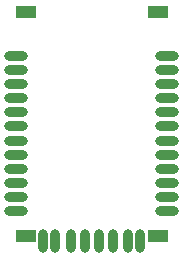
<source format=gbr>
G04 #@! TF.GenerationSoftware,KiCad,Pcbnew,(6.0.2)*
G04 #@! TF.CreationDate,2022-06-05T11:24:39+02:00*
G04 #@! TF.ProjectId,Whame,5768616d-652e-46b6-9963-61645f706362,rev?*
G04 #@! TF.SameCoordinates,Original*
G04 #@! TF.FileFunction,Paste,Top*
G04 #@! TF.FilePolarity,Positive*
%FSLAX46Y46*%
G04 Gerber Fmt 4.6, Leading zero omitted, Abs format (unit mm)*
G04 Created by KiCad (PCBNEW (6.0.2)) date 2022-06-05 11:24:39*
%MOMM*%
%LPD*%
G01*
G04 APERTURE LIST*
%ADD10O,2.000000X0.800000*%
%ADD11O,0.800000X2.000000*%
%ADD12R,1.800000X1.000000*%
G04 APERTURE END LIST*
D10*
G04 #@! TO.C,U1*
X150600000Y-74050000D03*
X150600000Y-75250000D03*
X150600000Y-76450000D03*
X150600000Y-77650000D03*
X150600000Y-78850000D03*
X150600000Y-80050000D03*
X150600000Y-81250000D03*
X150600000Y-82450000D03*
X150600000Y-83650000D03*
X150600000Y-84850000D03*
X150600000Y-86050000D03*
X150600000Y-87250000D03*
X163400000Y-87250000D03*
X163400000Y-86050000D03*
X163400000Y-84850000D03*
X163400000Y-83650000D03*
X163400000Y-82450000D03*
X163400000Y-81250000D03*
X163400000Y-80050000D03*
X163400000Y-78850000D03*
X163400000Y-77650000D03*
X163400000Y-76450000D03*
X163400000Y-75250000D03*
X163400000Y-74050000D03*
D11*
X160100000Y-89750000D03*
X153900000Y-89750000D03*
X161100000Y-89750000D03*
X158800000Y-89750000D03*
X157600000Y-89750000D03*
X156400000Y-89750000D03*
X155200000Y-89750000D03*
X152900000Y-89750000D03*
D12*
X162600000Y-89350000D03*
X151400000Y-70350000D03*
X151400000Y-89350000D03*
X162600000Y-70350000D03*
G04 #@! TD*
M02*

</source>
